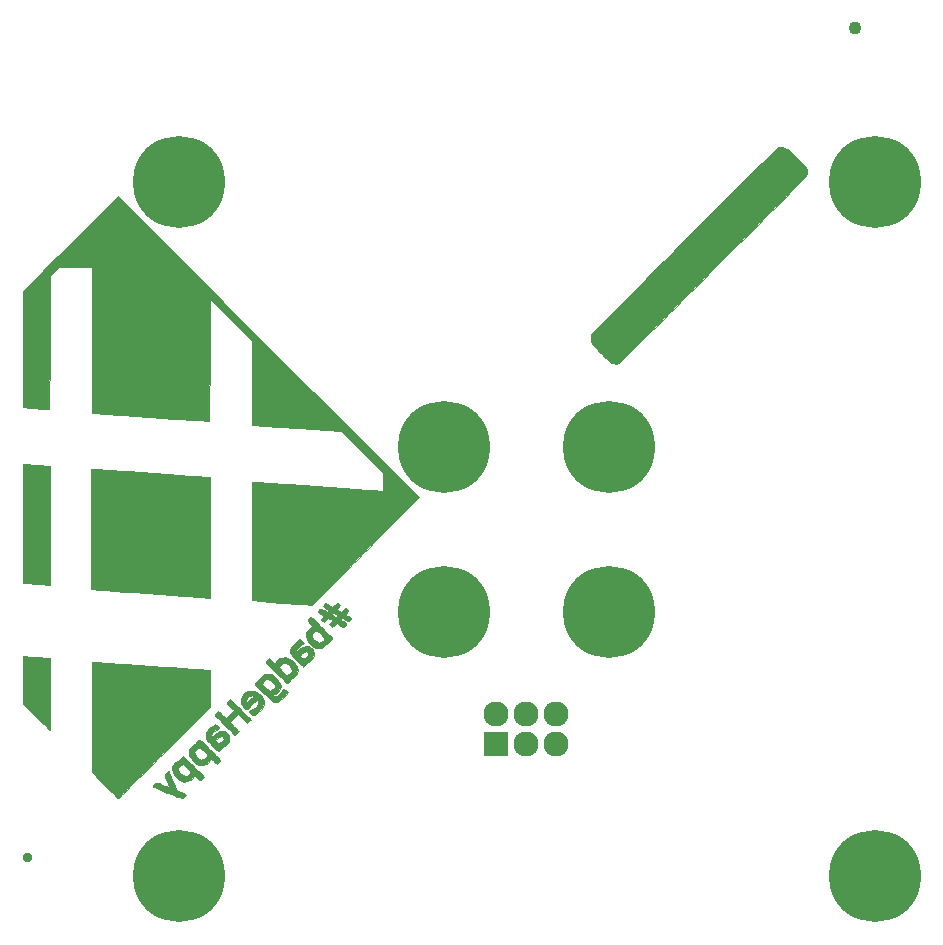
<source format=gbs>
G04 #@! TF.GenerationSoftware,KiCad,Pcbnew,(5.0.0)*
G04 #@! TF.CreationDate,2019-05-25T20:32:28-06:00*
G04 #@! TF.ProjectId,04-H+H_sao,30342D482B485F73616F2E6B69636164,rev?*
G04 #@! TF.SameCoordinates,Original*
G04 #@! TF.FileFunction,Soldermask,Bot*
G04 #@! TF.FilePolarity,Negative*
%FSLAX46Y46*%
G04 Gerber Fmt 4.6, Leading zero omitted, Abs format (unit mm)*
G04 Created by KiCad (PCBNEW (5.0.0)) date 05/25/19 20:32:28*
%MOMM*%
%LPD*%
G01*
G04 APERTURE LIST*
%ADD10C,0.010000*%
%ADD11C,7.800000*%
%ADD12C,2.127200*%
%ADD13O,2.127200X2.127200*%
%ADD14R,2.127200X2.127200*%
%ADD15C,1.094531*%
G04 APERTURE END LIST*
D10*
G04 #@! TO.C,G\002A\002A\002A*
G36*
X103977712Y-129270791D02*
X104096258Y-129363932D01*
X104169609Y-129494177D01*
X104189233Y-129641081D01*
X104146602Y-129784197D01*
X104084355Y-129862821D01*
X103944429Y-129941272D01*
X103782675Y-129953523D01*
X103629169Y-129900260D01*
X103566576Y-129850958D01*
X103478920Y-129712852D01*
X103461258Y-129562861D01*
X103505213Y-129421137D01*
X103602407Y-129307836D01*
X103744465Y-129243112D01*
X103822500Y-129235200D01*
X103977712Y-129270791D01*
X103977712Y-129270791D01*
G37*
X103977712Y-129270791D02*
X104096258Y-129363932D01*
X104169609Y-129494177D01*
X104189233Y-129641081D01*
X104146602Y-129784197D01*
X104084355Y-129862821D01*
X103944429Y-129941272D01*
X103782675Y-129953523D01*
X103629169Y-129900260D01*
X103566576Y-129850958D01*
X103478920Y-129712852D01*
X103461258Y-129562861D01*
X103505213Y-129421137D01*
X103602407Y-129307836D01*
X103744465Y-129243112D01*
X103822500Y-129235200D01*
X103977712Y-129270791D01*
G36*
X109526917Y-113086222D02*
X109603668Y-113092691D01*
X109756907Y-113104255D01*
X109980010Y-113120464D01*
X110266353Y-113140867D01*
X110609310Y-113165014D01*
X111002257Y-113192456D01*
X111438570Y-113222741D01*
X111911623Y-113255420D01*
X112414793Y-113290042D01*
X112941454Y-113326157D01*
X113484981Y-113363316D01*
X114038751Y-113401067D01*
X114596138Y-113438962D01*
X115150518Y-113476548D01*
X115695266Y-113513377D01*
X116223758Y-113548998D01*
X116729368Y-113582960D01*
X117205473Y-113614815D01*
X117645447Y-113644111D01*
X118042667Y-113670398D01*
X118390506Y-113693226D01*
X118682341Y-113712145D01*
X118911547Y-113726705D01*
X119071500Y-113736455D01*
X119155574Y-113740946D01*
X119164936Y-113741200D01*
X119295334Y-113741200D01*
X119295334Y-116895207D01*
X115432331Y-120758037D01*
X114956048Y-121233974D01*
X114496000Y-121693057D01*
X114055759Y-122131751D01*
X113638898Y-122546522D01*
X113248991Y-122933836D01*
X112889611Y-123290159D01*
X112564332Y-123611956D01*
X112276727Y-123895693D01*
X112030369Y-124137835D01*
X111828832Y-124334850D01*
X111675688Y-124483201D01*
X111574512Y-124579355D01*
X111528877Y-124619779D01*
X111526775Y-124620867D01*
X111488102Y-124591909D01*
X111396782Y-124509491D01*
X111259759Y-124380302D01*
X111083976Y-124211026D01*
X110876377Y-124008350D01*
X110643905Y-123778960D01*
X110394445Y-123530484D01*
X109304667Y-122440101D01*
X109304667Y-113063127D01*
X109526917Y-113086222D01*
X109526917Y-113086222D01*
G37*
X109526917Y-113086222D02*
X109603668Y-113092691D01*
X109756907Y-113104255D01*
X109980010Y-113120464D01*
X110266353Y-113140867D01*
X110609310Y-113165014D01*
X111002257Y-113192456D01*
X111438570Y-113222741D01*
X111911623Y-113255420D01*
X112414793Y-113290042D01*
X112941454Y-113326157D01*
X113484981Y-113363316D01*
X114038751Y-113401067D01*
X114596138Y-113438962D01*
X115150518Y-113476548D01*
X115695266Y-113513377D01*
X116223758Y-113548998D01*
X116729368Y-113582960D01*
X117205473Y-113614815D01*
X117645447Y-113644111D01*
X118042667Y-113670398D01*
X118390506Y-113693226D01*
X118682341Y-113712145D01*
X118911547Y-113726705D01*
X119071500Y-113736455D01*
X119155574Y-113740946D01*
X119164936Y-113741200D01*
X119295334Y-113741200D01*
X119295334Y-116895207D01*
X115432331Y-120758037D01*
X114956048Y-121233974D01*
X114496000Y-121693057D01*
X114055759Y-122131751D01*
X113638898Y-122546522D01*
X113248991Y-122933836D01*
X112889611Y-123290159D01*
X112564332Y-123611956D01*
X112276727Y-123895693D01*
X112030369Y-124137835D01*
X111828832Y-124334850D01*
X111675688Y-124483201D01*
X111574512Y-124579355D01*
X111528877Y-124619779D01*
X111526775Y-124620867D01*
X111488102Y-124591909D01*
X111396782Y-124509491D01*
X111259759Y-124380302D01*
X111083976Y-124211026D01*
X110876377Y-124008350D01*
X110643905Y-123778960D01*
X110394445Y-123530484D01*
X109304667Y-122440101D01*
X109304667Y-113063127D01*
X109526917Y-113086222D01*
G36*
X115812179Y-122306394D02*
X115838776Y-122350985D01*
X115891544Y-122462272D01*
X115965226Y-122628332D01*
X116054570Y-122837242D01*
X116154319Y-123077080D01*
X116186254Y-123155161D01*
X116522500Y-123980549D01*
X116892917Y-124119012D01*
X117093212Y-124200386D01*
X117214976Y-124265917D01*
X117262372Y-124317928D01*
X117263334Y-124325417D01*
X117229905Y-124407983D01*
X117148565Y-124501286D01*
X117047732Y-124579427D01*
X116955824Y-124616508D01*
X116943517Y-124616885D01*
X116884533Y-124600523D01*
X116757657Y-124556171D01*
X116573393Y-124487813D01*
X116342247Y-124399430D01*
X116074726Y-124295004D01*
X115781334Y-124178515D01*
X115686918Y-124140635D01*
X115315451Y-123989643D01*
X115019581Y-123865721D01*
X114795324Y-123767043D01*
X114638694Y-123691782D01*
X114545707Y-123638112D01*
X114512378Y-123604206D01*
X114512168Y-123602204D01*
X114543636Y-123525983D01*
X114620478Y-123433936D01*
X114715002Y-123353016D01*
X114799518Y-123310173D01*
X114813899Y-123308534D01*
X114878138Y-123323972D01*
X115000954Y-123365699D01*
X115163028Y-123426831D01*
X115298416Y-123481148D01*
X115481703Y-123556418D01*
X115643991Y-123622878D01*
X115764133Y-123671878D01*
X115812204Y-123691306D01*
X115906242Y-123728849D01*
X115819253Y-123508108D01*
X115755913Y-123350772D01*
X115677237Y-123159969D01*
X115608798Y-122997184D01*
X115548331Y-122845788D01*
X115504320Y-122717903D01*
X115485495Y-122639136D01*
X115485334Y-122635072D01*
X115512364Y-122567321D01*
X115579248Y-122478911D01*
X115664671Y-122391275D01*
X115747320Y-122325845D01*
X115805883Y-122304055D01*
X115812179Y-122306394D01*
X115812179Y-122306394D01*
G37*
X115812179Y-122306394D02*
X115838776Y-122350985D01*
X115891544Y-122462272D01*
X115965226Y-122628332D01*
X116054570Y-122837242D01*
X116154319Y-123077080D01*
X116186254Y-123155161D01*
X116522500Y-123980549D01*
X116892917Y-124119012D01*
X117093212Y-124200386D01*
X117214976Y-124265917D01*
X117262372Y-124317928D01*
X117263334Y-124325417D01*
X117229905Y-124407983D01*
X117148565Y-124501286D01*
X117047732Y-124579427D01*
X116955824Y-124616508D01*
X116943517Y-124616885D01*
X116884533Y-124600523D01*
X116757657Y-124556171D01*
X116573393Y-124487813D01*
X116342247Y-124399430D01*
X116074726Y-124295004D01*
X115781334Y-124178515D01*
X115686918Y-124140635D01*
X115315451Y-123989643D01*
X115019581Y-123865721D01*
X114795324Y-123767043D01*
X114638694Y-123691782D01*
X114545707Y-123638112D01*
X114512378Y-123604206D01*
X114512168Y-123602204D01*
X114543636Y-123525983D01*
X114620478Y-123433936D01*
X114715002Y-123353016D01*
X114799518Y-123310173D01*
X114813899Y-123308534D01*
X114878138Y-123323972D01*
X115000954Y-123365699D01*
X115163028Y-123426831D01*
X115298416Y-123481148D01*
X115481703Y-123556418D01*
X115643991Y-123622878D01*
X115764133Y-123671878D01*
X115812204Y-123691306D01*
X115906242Y-123728849D01*
X115819253Y-123508108D01*
X115755913Y-123350772D01*
X115677237Y-123159969D01*
X115608798Y-122997184D01*
X115548331Y-122845788D01*
X115504320Y-122717903D01*
X115485495Y-122639136D01*
X115485334Y-122635072D01*
X115512364Y-122567321D01*
X115579248Y-122478911D01*
X115664671Y-122391275D01*
X115747320Y-122325845D01*
X115805883Y-122304055D01*
X115812179Y-122306394D01*
G36*
X117097350Y-121094029D02*
X117194102Y-121175232D01*
X117330235Y-121299048D01*
X117496326Y-121456051D01*
X117682952Y-121636814D01*
X117880691Y-121831909D01*
X118080120Y-122031911D01*
X118271817Y-122227392D01*
X118446359Y-122408925D01*
X118594323Y-122567084D01*
X118706286Y-122692442D01*
X118772827Y-122775571D01*
X118787334Y-122803584D01*
X118755825Y-122878473D01*
X118679743Y-122970218D01*
X118586755Y-123051514D01*
X118504527Y-123095061D01*
X118490138Y-123096867D01*
X118431330Y-123068896D01*
X118335178Y-122995657D01*
X118225428Y-122895784D01*
X118116187Y-122791200D01*
X118049963Y-122739593D01*
X118010524Y-122733459D01*
X117981636Y-122765294D01*
X117973573Y-122779367D01*
X117819471Y-122975870D01*
X117614739Y-123118555D01*
X117378757Y-123200018D01*
X117130909Y-123212857D01*
X116945834Y-123171913D01*
X116705404Y-123047880D01*
X116479476Y-122859806D01*
X116316657Y-122663553D01*
X116177795Y-122408945D01*
X116126552Y-122188470D01*
X116616473Y-122188470D01*
X116628932Y-122231352D01*
X116721841Y-122396114D01*
X116861061Y-122548643D01*
X117024227Y-122670832D01*
X117188978Y-122744578D01*
X117279502Y-122758042D01*
X117399400Y-122726044D01*
X117528024Y-122623700D01*
X117544085Y-122607019D01*
X117627484Y-122508898D01*
X117678824Y-122429824D01*
X117686667Y-122404876D01*
X117658217Y-122355461D01*
X117581393Y-122262285D01*
X117468986Y-122140132D01*
X117373271Y-122042610D01*
X117059875Y-121731306D01*
X116899753Y-121810836D01*
X116724689Y-121924797D01*
X116629616Y-122051678D01*
X116616473Y-122188470D01*
X116126552Y-122188470D01*
X116122097Y-122169303D01*
X116149558Y-121944913D01*
X116260175Y-121736065D01*
X116327122Y-121657554D01*
X116453167Y-121547721D01*
X116578211Y-121475567D01*
X116621482Y-121462054D01*
X116722033Y-121422516D01*
X116755334Y-121368808D01*
X116786344Y-121289114D01*
X116861426Y-121193592D01*
X116953656Y-121110071D01*
X117036109Y-121066378D01*
X117049401Y-121064867D01*
X117097350Y-121094029D01*
X117097350Y-121094029D01*
G37*
X117097350Y-121094029D02*
X117194102Y-121175232D01*
X117330235Y-121299048D01*
X117496326Y-121456051D01*
X117682952Y-121636814D01*
X117880691Y-121831909D01*
X118080120Y-122031911D01*
X118271817Y-122227392D01*
X118446359Y-122408925D01*
X118594323Y-122567084D01*
X118706286Y-122692442D01*
X118772827Y-122775571D01*
X118787334Y-122803584D01*
X118755825Y-122878473D01*
X118679743Y-122970218D01*
X118586755Y-123051514D01*
X118504527Y-123095061D01*
X118490138Y-123096867D01*
X118431330Y-123068896D01*
X118335178Y-122995657D01*
X118225428Y-122895784D01*
X118116187Y-122791200D01*
X118049963Y-122739593D01*
X118010524Y-122733459D01*
X117981636Y-122765294D01*
X117973573Y-122779367D01*
X117819471Y-122975870D01*
X117614739Y-123118555D01*
X117378757Y-123200018D01*
X117130909Y-123212857D01*
X116945834Y-123171913D01*
X116705404Y-123047880D01*
X116479476Y-122859806D01*
X116316657Y-122663553D01*
X116177795Y-122408945D01*
X116126552Y-122188470D01*
X116616473Y-122188470D01*
X116628932Y-122231352D01*
X116721841Y-122396114D01*
X116861061Y-122548643D01*
X117024227Y-122670832D01*
X117188978Y-122744578D01*
X117279502Y-122758042D01*
X117399400Y-122726044D01*
X117528024Y-122623700D01*
X117544085Y-122607019D01*
X117627484Y-122508898D01*
X117678824Y-122429824D01*
X117686667Y-122404876D01*
X117658217Y-122355461D01*
X117581393Y-122262285D01*
X117468986Y-122140132D01*
X117373271Y-122042610D01*
X117059875Y-121731306D01*
X116899753Y-121810836D01*
X116724689Y-121924797D01*
X116629616Y-122051678D01*
X116616473Y-122188470D01*
X116126552Y-122188470D01*
X116122097Y-122169303D01*
X116149558Y-121944913D01*
X116260175Y-121736065D01*
X116327122Y-121657554D01*
X116453167Y-121547721D01*
X116578211Y-121475567D01*
X116621482Y-121462054D01*
X116722033Y-121422516D01*
X116755334Y-121368808D01*
X116786344Y-121289114D01*
X116861426Y-121193592D01*
X116953656Y-121110071D01*
X117036109Y-121066378D01*
X117049401Y-121064867D01*
X117097350Y-121094029D01*
G36*
X118494350Y-119697029D02*
X118591102Y-119778232D01*
X118727235Y-119902048D01*
X118893326Y-120059051D01*
X119079952Y-120239814D01*
X119277691Y-120434909D01*
X119477120Y-120634911D01*
X119668817Y-120830392D01*
X119843359Y-121011925D01*
X119991323Y-121170084D01*
X120103286Y-121295442D01*
X120169827Y-121378571D01*
X120184334Y-121406584D01*
X120155220Y-121474510D01*
X120085206Y-121563755D01*
X120000279Y-121646719D01*
X119926430Y-121695801D01*
X119908182Y-121699867D01*
X119861068Y-121672063D01*
X119773113Y-121598822D01*
X119662505Y-121495400D01*
X119651565Y-121484644D01*
X119433635Y-121269420D01*
X119338104Y-121423993D01*
X119176331Y-121610281D01*
X118966619Y-121740256D01*
X118729092Y-121806938D01*
X118483873Y-121803346D01*
X118348596Y-121767261D01*
X118094315Y-121638076D01*
X117875320Y-121459577D01*
X117701162Y-121246006D01*
X117581388Y-121011604D01*
X117525547Y-120770614D01*
X117528157Y-120726659D01*
X117998410Y-120726659D01*
X118001912Y-120756757D01*
X118023299Y-120834687D01*
X118025334Y-120855189D01*
X118054609Y-120916261D01*
X118129395Y-121010674D01*
X118230132Y-121117599D01*
X118337261Y-121216207D01*
X118427499Y-121283433D01*
X118604854Y-121352690D01*
X118771501Y-121338316D01*
X118888304Y-121272796D01*
X118988588Y-121172331D01*
X119060811Y-121068134D01*
X119085478Y-121013763D01*
X119088821Y-120966197D01*
X119062124Y-120910649D01*
X118996673Y-120832331D01*
X118883753Y-120716456D01*
X118810681Y-120643699D01*
X118500432Y-120335521D01*
X118348935Y-120385520D01*
X118229520Y-120446134D01*
X118118474Y-120536909D01*
X118035028Y-120637275D01*
X117998410Y-120726659D01*
X117528157Y-120726659D01*
X117538143Y-120558492D01*
X117597887Y-120423727D01*
X117706792Y-120282044D01*
X117840363Y-120158606D01*
X117974106Y-120078576D01*
X118018482Y-120065054D01*
X118119033Y-120025516D01*
X118152334Y-119971808D01*
X118183344Y-119892114D01*
X118258426Y-119796592D01*
X118350656Y-119713071D01*
X118433109Y-119669378D01*
X118446401Y-119667867D01*
X118494350Y-119697029D01*
X118494350Y-119697029D01*
G37*
X118494350Y-119697029D02*
X118591102Y-119778232D01*
X118727235Y-119902048D01*
X118893326Y-120059051D01*
X119079952Y-120239814D01*
X119277691Y-120434909D01*
X119477120Y-120634911D01*
X119668817Y-120830392D01*
X119843359Y-121011925D01*
X119991323Y-121170084D01*
X120103286Y-121295442D01*
X120169827Y-121378571D01*
X120184334Y-121406584D01*
X120155220Y-121474510D01*
X120085206Y-121563755D01*
X120000279Y-121646719D01*
X119926430Y-121695801D01*
X119908182Y-121699867D01*
X119861068Y-121672063D01*
X119773113Y-121598822D01*
X119662505Y-121495400D01*
X119651565Y-121484644D01*
X119433635Y-121269420D01*
X119338104Y-121423993D01*
X119176331Y-121610281D01*
X118966619Y-121740256D01*
X118729092Y-121806938D01*
X118483873Y-121803346D01*
X118348596Y-121767261D01*
X118094315Y-121638076D01*
X117875320Y-121459577D01*
X117701162Y-121246006D01*
X117581388Y-121011604D01*
X117525547Y-120770614D01*
X117528157Y-120726659D01*
X117998410Y-120726659D01*
X118001912Y-120756757D01*
X118023299Y-120834687D01*
X118025334Y-120855189D01*
X118054609Y-120916261D01*
X118129395Y-121010674D01*
X118230132Y-121117599D01*
X118337261Y-121216207D01*
X118427499Y-121283433D01*
X118604854Y-121352690D01*
X118771501Y-121338316D01*
X118888304Y-121272796D01*
X118988588Y-121172331D01*
X119060811Y-121068134D01*
X119085478Y-121013763D01*
X119088821Y-120966197D01*
X119062124Y-120910649D01*
X118996673Y-120832331D01*
X118883753Y-120716456D01*
X118810681Y-120643699D01*
X118500432Y-120335521D01*
X118348935Y-120385520D01*
X118229520Y-120446134D01*
X118118474Y-120536909D01*
X118035028Y-120637275D01*
X117998410Y-120726659D01*
X117528157Y-120726659D01*
X117538143Y-120558492D01*
X117597887Y-120423727D01*
X117706792Y-120282044D01*
X117840363Y-120158606D01*
X117974106Y-120078576D01*
X118018482Y-120065054D01*
X118119033Y-120025516D01*
X118152334Y-119971808D01*
X118183344Y-119892114D01*
X118258426Y-119796592D01*
X118350656Y-119713071D01*
X118433109Y-119669378D01*
X118446401Y-119667867D01*
X118494350Y-119697029D01*
G36*
X119831940Y-118383266D02*
X119915465Y-118450922D01*
X120004378Y-118535188D01*
X120073963Y-118612751D01*
X120099667Y-118658448D01*
X120066389Y-118690732D01*
X119978883Y-118753226D01*
X119855639Y-118832777D01*
X119847673Y-118837705D01*
X119626182Y-118993802D01*
X119486155Y-119139112D01*
X119425424Y-119276059D01*
X119422334Y-119313743D01*
X119431449Y-119390604D01*
X119447587Y-119413867D01*
X119490361Y-119388042D01*
X119575647Y-119321033D01*
X119662965Y-119246514D01*
X119916042Y-119058433D01*
X120157752Y-118946713D01*
X120382963Y-118911337D01*
X120586546Y-118952290D01*
X120763368Y-119069555D01*
X120901135Y-119250297D01*
X120974050Y-119451293D01*
X120980037Y-119661507D01*
X120927329Y-119833018D01*
X120834421Y-119963867D01*
X120702872Y-120091997D01*
X120560465Y-120193974D01*
X120437985Y-120245787D01*
X120351135Y-120280138D01*
X120341119Y-120331228D01*
X120328404Y-120399062D01*
X120268407Y-120488667D01*
X120184174Y-120574673D01*
X120098749Y-120631706D01*
X120059275Y-120641534D01*
X120007433Y-120612659D01*
X119909247Y-120533135D01*
X119776776Y-120413610D01*
X119622078Y-120264733D01*
X119543938Y-120186450D01*
X119380580Y-120018446D01*
X119234038Y-119863600D01*
X119116937Y-119735563D01*
X119102273Y-119718446D01*
X119753059Y-119718446D01*
X119869871Y-119840371D01*
X119979024Y-119922736D01*
X120094580Y-119937322D01*
X120231888Y-119883154D01*
X120340222Y-119810504D01*
X120465593Y-119688888D01*
X120508038Y-119573201D01*
X120466991Y-119465173D01*
X120456755Y-119453166D01*
X120361736Y-119386224D01*
X120248482Y-119384229D01*
X120106574Y-119449157D01*
X119972498Y-119544990D01*
X119753059Y-119718446D01*
X119102273Y-119718446D01*
X119041906Y-119647982D01*
X119026077Y-119626697D01*
X118963042Y-119460119D01*
X118961775Y-119261188D01*
X119020374Y-119053363D01*
X119082022Y-118936445D01*
X119164992Y-118830986D01*
X119285099Y-118708612D01*
X119423981Y-118584640D01*
X119563275Y-118474385D01*
X119684615Y-118393165D01*
X119769640Y-118356294D01*
X119778519Y-118355534D01*
X119831940Y-118383266D01*
X119831940Y-118383266D01*
G37*
X119831940Y-118383266D02*
X119915465Y-118450922D01*
X120004378Y-118535188D01*
X120073963Y-118612751D01*
X120099667Y-118658448D01*
X120066389Y-118690732D01*
X119978883Y-118753226D01*
X119855639Y-118832777D01*
X119847673Y-118837705D01*
X119626182Y-118993802D01*
X119486155Y-119139112D01*
X119425424Y-119276059D01*
X119422334Y-119313743D01*
X119431449Y-119390604D01*
X119447587Y-119413867D01*
X119490361Y-119388042D01*
X119575647Y-119321033D01*
X119662965Y-119246514D01*
X119916042Y-119058433D01*
X120157752Y-118946713D01*
X120382963Y-118911337D01*
X120586546Y-118952290D01*
X120763368Y-119069555D01*
X120901135Y-119250297D01*
X120974050Y-119451293D01*
X120980037Y-119661507D01*
X120927329Y-119833018D01*
X120834421Y-119963867D01*
X120702872Y-120091997D01*
X120560465Y-120193974D01*
X120437985Y-120245787D01*
X120351135Y-120280138D01*
X120341119Y-120331228D01*
X120328404Y-120399062D01*
X120268407Y-120488667D01*
X120184174Y-120574673D01*
X120098749Y-120631706D01*
X120059275Y-120641534D01*
X120007433Y-120612659D01*
X119909247Y-120533135D01*
X119776776Y-120413610D01*
X119622078Y-120264733D01*
X119543938Y-120186450D01*
X119380580Y-120018446D01*
X119234038Y-119863600D01*
X119116937Y-119735563D01*
X119102273Y-119718446D01*
X119753059Y-119718446D01*
X119869871Y-119840371D01*
X119979024Y-119922736D01*
X120094580Y-119937322D01*
X120231888Y-119883154D01*
X120340222Y-119810504D01*
X120465593Y-119688888D01*
X120508038Y-119573201D01*
X120466991Y-119465173D01*
X120456755Y-119453166D01*
X120361736Y-119386224D01*
X120248482Y-119384229D01*
X120106574Y-119449157D01*
X119972498Y-119544990D01*
X119753059Y-119718446D01*
X119102273Y-119718446D01*
X119041906Y-119647982D01*
X119026077Y-119626697D01*
X118963042Y-119460119D01*
X118961775Y-119261188D01*
X119020374Y-119053363D01*
X119082022Y-118936445D01*
X119164992Y-118830986D01*
X119285099Y-118708612D01*
X119423981Y-118584640D01*
X119563275Y-118474385D01*
X119684615Y-118393165D01*
X119769640Y-118356294D01*
X119778519Y-118355534D01*
X119831940Y-118383266D01*
G36*
X121077940Y-116267734D02*
X121171561Y-116348105D01*
X121305148Y-116470634D01*
X121469273Y-116625976D01*
X121654504Y-116804786D01*
X121851415Y-116997717D01*
X122050574Y-117195425D01*
X122242553Y-117388564D01*
X122417922Y-117567788D01*
X122567252Y-117723753D01*
X122681114Y-117847112D01*
X122750079Y-117928520D01*
X122766667Y-117956417D01*
X122735447Y-118019312D01*
X122660296Y-118101875D01*
X122568978Y-118178739D01*
X122489256Y-118224537D01*
X122468855Y-118228534D01*
X122417093Y-118200069D01*
X122320076Y-118122462D01*
X122191448Y-118007395D01*
X122044850Y-117866548D01*
X122037310Y-117859055D01*
X121666111Y-117489576D01*
X120990293Y-118161430D01*
X121370480Y-118549113D01*
X121513288Y-118696606D01*
X121631619Y-118822382D01*
X121714271Y-118914266D01*
X121750038Y-118960086D01*
X121750667Y-118962191D01*
X121722599Y-119015497D01*
X121653967Y-119098947D01*
X121568129Y-119188209D01*
X121488445Y-119258953D01*
X121438968Y-119286867D01*
X121397405Y-119258000D01*
X121304497Y-119176507D01*
X121168345Y-119050050D01*
X120997053Y-118886288D01*
X120798722Y-118692883D01*
X120581453Y-118477496D01*
X120554353Y-118450396D01*
X120336872Y-118230609D01*
X120140468Y-118028089D01*
X119972813Y-117851073D01*
X119841581Y-117707799D01*
X119754442Y-117606503D01*
X119719069Y-117555424D01*
X119718667Y-117553129D01*
X119749657Y-117476888D01*
X119824511Y-117383607D01*
X119916049Y-117300982D01*
X119997093Y-117256712D01*
X120011342Y-117254867D01*
X120067662Y-117283247D01*
X120166422Y-117359625D01*
X120291496Y-117470852D01*
X120374832Y-117551199D01*
X120673155Y-117847531D01*
X121346447Y-117170267D01*
X121040557Y-116862321D01*
X120912674Y-116729525D01*
X120811040Y-116616271D01*
X120748433Y-116537259D01*
X120734667Y-116510375D01*
X120765970Y-116447528D01*
X120841346Y-116365168D01*
X120932995Y-116288535D01*
X121013118Y-116242867D01*
X121033714Y-116238867D01*
X121077940Y-116267734D01*
X121077940Y-116267734D01*
G37*
X121077940Y-116267734D02*
X121171561Y-116348105D01*
X121305148Y-116470634D01*
X121469273Y-116625976D01*
X121654504Y-116804786D01*
X121851415Y-116997717D01*
X122050574Y-117195425D01*
X122242553Y-117388564D01*
X122417922Y-117567788D01*
X122567252Y-117723753D01*
X122681114Y-117847112D01*
X122750079Y-117928520D01*
X122766667Y-117956417D01*
X122735447Y-118019312D01*
X122660296Y-118101875D01*
X122568978Y-118178739D01*
X122489256Y-118224537D01*
X122468855Y-118228534D01*
X122417093Y-118200069D01*
X122320076Y-118122462D01*
X122191448Y-118007395D01*
X122044850Y-117866548D01*
X122037310Y-117859055D01*
X121666111Y-117489576D01*
X120990293Y-118161430D01*
X121370480Y-118549113D01*
X121513288Y-118696606D01*
X121631619Y-118822382D01*
X121714271Y-118914266D01*
X121750038Y-118960086D01*
X121750667Y-118962191D01*
X121722599Y-119015497D01*
X121653967Y-119098947D01*
X121568129Y-119188209D01*
X121488445Y-119258953D01*
X121438968Y-119286867D01*
X121397405Y-119258000D01*
X121304497Y-119176507D01*
X121168345Y-119050050D01*
X120997053Y-118886288D01*
X120798722Y-118692883D01*
X120581453Y-118477496D01*
X120554353Y-118450396D01*
X120336872Y-118230609D01*
X120140468Y-118028089D01*
X119972813Y-117851073D01*
X119841581Y-117707799D01*
X119754442Y-117606503D01*
X119719069Y-117555424D01*
X119718667Y-117553129D01*
X119749657Y-117476888D01*
X119824511Y-117383607D01*
X119916049Y-117300982D01*
X119997093Y-117256712D01*
X120011342Y-117254867D01*
X120067662Y-117283247D01*
X120166422Y-117359625D01*
X120291496Y-117470852D01*
X120374832Y-117551199D01*
X120673155Y-117847531D01*
X121346447Y-117170267D01*
X121040557Y-116862321D01*
X120912674Y-116729525D01*
X120811040Y-116616271D01*
X120748433Y-116537259D01*
X120734667Y-116510375D01*
X120765970Y-116447528D01*
X120841346Y-116365168D01*
X120932995Y-116288535D01*
X121013118Y-116242867D01*
X121033714Y-116238867D01*
X121077940Y-116267734D01*
G36*
X103631450Y-112601397D02*
X103780077Y-112610219D01*
X103981781Y-112623512D01*
X104220902Y-112640123D01*
X104481781Y-112658897D01*
X104748758Y-112678682D01*
X105006176Y-112698323D01*
X105238374Y-112716667D01*
X105429693Y-112732560D01*
X105564474Y-112744848D01*
X105611084Y-112749934D01*
X105791000Y-112772721D01*
X105791000Y-115818127D01*
X105790570Y-116317487D01*
X105789328Y-116791340D01*
X105787342Y-117233005D01*
X105784682Y-117635802D01*
X105781418Y-117993048D01*
X105777620Y-118298064D01*
X105773357Y-118544168D01*
X105768699Y-118724679D01*
X105763716Y-118832917D01*
X105759250Y-118863105D01*
X105723139Y-118834116D01*
X105633997Y-118751711D01*
X105498571Y-118622434D01*
X105323607Y-118452829D01*
X105115850Y-118249441D01*
X104882047Y-118018813D01*
X104628943Y-117767489D01*
X104595084Y-117733748D01*
X103462667Y-116604819D01*
X103462667Y-112598200D01*
X103551559Y-112598200D01*
X103631450Y-112601397D01*
X103631450Y-112601397D01*
G37*
X103631450Y-112601397D02*
X103780077Y-112610219D01*
X103981781Y-112623512D01*
X104220902Y-112640123D01*
X104481781Y-112658897D01*
X104748758Y-112678682D01*
X105006176Y-112698323D01*
X105238374Y-112716667D01*
X105429693Y-112732560D01*
X105564474Y-112744848D01*
X105611084Y-112749934D01*
X105791000Y-112772721D01*
X105791000Y-115818127D01*
X105790570Y-116317487D01*
X105789328Y-116791340D01*
X105787342Y-117233005D01*
X105784682Y-117635802D01*
X105781418Y-117993048D01*
X105777620Y-118298064D01*
X105773357Y-118544168D01*
X105768699Y-118724679D01*
X105763716Y-118832917D01*
X105759250Y-118863105D01*
X105723139Y-118834116D01*
X105633997Y-118751711D01*
X105498571Y-118622434D01*
X105323607Y-118452829D01*
X105115850Y-118249441D01*
X104882047Y-118018813D01*
X104628943Y-117767489D01*
X104595084Y-117733748D01*
X103462667Y-116604819D01*
X103462667Y-112598200D01*
X103551559Y-112598200D01*
X103631450Y-112601397D01*
G36*
X123092082Y-115534985D02*
X123311942Y-115628165D01*
X123523183Y-115792972D01*
X123624421Y-115897932D01*
X123782964Y-116120693D01*
X123876641Y-116356738D01*
X123899337Y-116588143D01*
X123888124Y-116670915D01*
X123797479Y-116916377D01*
X123637665Y-117151545D01*
X123423811Y-117358253D01*
X123190510Y-117508607D01*
X123052921Y-117571226D01*
X122956884Y-117584660D01*
X122872381Y-117544957D01*
X122774971Y-117453935D01*
X122676262Y-117338423D01*
X122646700Y-117260705D01*
X122685577Y-117210733D01*
X122756084Y-117186166D01*
X122975623Y-117105234D01*
X123172230Y-116980930D01*
X123326549Y-116829087D01*
X123419219Y-116665537D01*
X123427641Y-116636949D01*
X123430240Y-116545901D01*
X123408831Y-116435509D01*
X123372899Y-116337591D01*
X123331927Y-116283963D01*
X123321612Y-116281200D01*
X123283252Y-116309576D01*
X123197415Y-116387308D01*
X123075905Y-116503304D01*
X122930527Y-116646469D01*
X122893667Y-116683367D01*
X122740357Y-116832204D01*
X122602989Y-116956148D01*
X122494817Y-117043902D01*
X122429094Y-117084168D01*
X122421851Y-117085534D01*
X122345896Y-117051736D01*
X122247482Y-116964467D01*
X122144081Y-116844916D01*
X122053167Y-116714269D01*
X121992213Y-116593714D01*
X121979310Y-116548917D01*
X121969278Y-116371367D01*
X122401578Y-116371367D01*
X122422650Y-116457894D01*
X122461882Y-116492867D01*
X122504495Y-116464712D01*
X122589922Y-116389712D01*
X122702306Y-116282062D01*
X122744405Y-116239974D01*
X122854853Y-116121886D01*
X122932955Y-116025695D01*
X122966575Y-115966903D01*
X122965329Y-115957752D01*
X122874743Y-115921304D01*
X122750374Y-115936528D01*
X122616672Y-115993628D01*
X122498082Y-116082810D01*
X122429596Y-116172385D01*
X122402812Y-116265465D01*
X122401578Y-116371367D01*
X121969278Y-116371367D01*
X121964750Y-116291253D01*
X122015517Y-116053064D01*
X122120024Y-115865288D01*
X122326348Y-115669999D01*
X122568490Y-115548617D01*
X122837676Y-115505480D01*
X122847791Y-115505441D01*
X123092082Y-115534985D01*
X123092082Y-115534985D01*
G37*
X123092082Y-115534985D02*
X123311942Y-115628165D01*
X123523183Y-115792972D01*
X123624421Y-115897932D01*
X123782964Y-116120693D01*
X123876641Y-116356738D01*
X123899337Y-116588143D01*
X123888124Y-116670915D01*
X123797479Y-116916377D01*
X123637665Y-117151545D01*
X123423811Y-117358253D01*
X123190510Y-117508607D01*
X123052921Y-117571226D01*
X122956884Y-117584660D01*
X122872381Y-117544957D01*
X122774971Y-117453935D01*
X122676262Y-117338423D01*
X122646700Y-117260705D01*
X122685577Y-117210733D01*
X122756084Y-117186166D01*
X122975623Y-117105234D01*
X123172230Y-116980930D01*
X123326549Y-116829087D01*
X123419219Y-116665537D01*
X123427641Y-116636949D01*
X123430240Y-116545901D01*
X123408831Y-116435509D01*
X123372899Y-116337591D01*
X123331927Y-116283963D01*
X123321612Y-116281200D01*
X123283252Y-116309576D01*
X123197415Y-116387308D01*
X123075905Y-116503304D01*
X122930527Y-116646469D01*
X122893667Y-116683367D01*
X122740357Y-116832204D01*
X122602989Y-116956148D01*
X122494817Y-117043902D01*
X122429094Y-117084168D01*
X122421851Y-117085534D01*
X122345896Y-117051736D01*
X122247482Y-116964467D01*
X122144081Y-116844916D01*
X122053167Y-116714269D01*
X121992213Y-116593714D01*
X121979310Y-116548917D01*
X121969278Y-116371367D01*
X122401578Y-116371367D01*
X122422650Y-116457894D01*
X122461882Y-116492867D01*
X122504495Y-116464712D01*
X122589922Y-116389712D01*
X122702306Y-116282062D01*
X122744405Y-116239974D01*
X122854853Y-116121886D01*
X122932955Y-116025695D01*
X122966575Y-115966903D01*
X122965329Y-115957752D01*
X122874743Y-115921304D01*
X122750374Y-115936528D01*
X122616672Y-115993628D01*
X122498082Y-116082810D01*
X122429596Y-116172385D01*
X122402812Y-116265465D01*
X122401578Y-116371367D01*
X121969278Y-116371367D01*
X121964750Y-116291253D01*
X122015517Y-116053064D01*
X122120024Y-115865288D01*
X122326348Y-115669999D01*
X122568490Y-115548617D01*
X122837676Y-115505480D01*
X122847791Y-115505441D01*
X123092082Y-115534985D01*
G36*
X124486687Y-114130548D02*
X124655265Y-114196089D01*
X124861800Y-114338306D01*
X125043990Y-114527068D01*
X125187864Y-114742036D01*
X125279451Y-114962869D01*
X125305737Y-115143112D01*
X125266511Y-115329960D01*
X125164241Y-115517659D01*
X125017102Y-115683137D01*
X124843268Y-115803323D01*
X124759003Y-115837151D01*
X124688190Y-115863946D01*
X124692700Y-115893158D01*
X124735344Y-115926731D01*
X124873236Y-115983461D01*
X125019556Y-115957124D01*
X125175935Y-115847364D01*
X125197926Y-115826117D01*
X125310039Y-115698770D01*
X125408351Y-115561262D01*
X125438675Y-115508617D01*
X125501007Y-115410070D01*
X125559106Y-115354444D01*
X125574389Y-115349867D01*
X125633868Y-115378257D01*
X125723254Y-115450328D01*
X125771592Y-115497269D01*
X125914460Y-115644671D01*
X125755160Y-115875967D01*
X125536114Y-116138402D01*
X125291338Y-116324254D01*
X125159843Y-116389201D01*
X124971012Y-116442204D01*
X124786862Y-116432259D01*
X124587887Y-116362666D01*
X124502561Y-116308483D01*
X124375748Y-116208236D01*
X124218252Y-116072395D01*
X124040875Y-115911429D01*
X123854420Y-115735806D01*
X123669688Y-115555995D01*
X123497483Y-115382466D01*
X123348606Y-115225687D01*
X123233861Y-115096127D01*
X123164049Y-115004255D01*
X123147667Y-114966914D01*
X123156345Y-114946851D01*
X123741600Y-114946851D01*
X124025581Y-115233026D01*
X124188554Y-115388581D01*
X124314296Y-115480790D01*
X124418305Y-115512552D01*
X124516074Y-115486767D01*
X124623100Y-115406334D01*
X124676647Y-115354847D01*
X124768393Y-115252449D01*
X124828050Y-115165423D01*
X124841000Y-115128366D01*
X124812095Y-115042612D01*
X124737766Y-114925055D01*
X124636594Y-114799315D01*
X124527162Y-114689013D01*
X124448137Y-114628958D01*
X124266005Y-114555997D01*
X124097588Y-114566270D01*
X123945047Y-114659134D01*
X123822006Y-114814633D01*
X123741600Y-114946851D01*
X123156345Y-114946851D01*
X123176716Y-114899762D01*
X123250859Y-114804785D01*
X123306417Y-114747948D01*
X123415965Y-114631899D01*
X123508450Y-114512672D01*
X123535520Y-114469050D01*
X123614009Y-114367647D01*
X123730848Y-114260882D01*
X123786428Y-114220520D01*
X123997983Y-114127716D01*
X124240404Y-114097473D01*
X124486687Y-114130548D01*
X124486687Y-114130548D01*
G37*
X124486687Y-114130548D02*
X124655265Y-114196089D01*
X124861800Y-114338306D01*
X125043990Y-114527068D01*
X125187864Y-114742036D01*
X125279451Y-114962869D01*
X125305737Y-115143112D01*
X125266511Y-115329960D01*
X125164241Y-115517659D01*
X125017102Y-115683137D01*
X124843268Y-115803323D01*
X124759003Y-115837151D01*
X124688190Y-115863946D01*
X124692700Y-115893158D01*
X124735344Y-115926731D01*
X124873236Y-115983461D01*
X125019556Y-115957124D01*
X125175935Y-115847364D01*
X125197926Y-115826117D01*
X125310039Y-115698770D01*
X125408351Y-115561262D01*
X125438675Y-115508617D01*
X125501007Y-115410070D01*
X125559106Y-115354444D01*
X125574389Y-115349867D01*
X125633868Y-115378257D01*
X125723254Y-115450328D01*
X125771592Y-115497269D01*
X125914460Y-115644671D01*
X125755160Y-115875967D01*
X125536114Y-116138402D01*
X125291338Y-116324254D01*
X125159843Y-116389201D01*
X124971012Y-116442204D01*
X124786862Y-116432259D01*
X124587887Y-116362666D01*
X124502561Y-116308483D01*
X124375748Y-116208236D01*
X124218252Y-116072395D01*
X124040875Y-115911429D01*
X123854420Y-115735806D01*
X123669688Y-115555995D01*
X123497483Y-115382466D01*
X123348606Y-115225687D01*
X123233861Y-115096127D01*
X123164049Y-115004255D01*
X123147667Y-114966914D01*
X123156345Y-114946851D01*
X123741600Y-114946851D01*
X124025581Y-115233026D01*
X124188554Y-115388581D01*
X124314296Y-115480790D01*
X124418305Y-115512552D01*
X124516074Y-115486767D01*
X124623100Y-115406334D01*
X124676647Y-115354847D01*
X124768393Y-115252449D01*
X124828050Y-115165423D01*
X124841000Y-115128366D01*
X124812095Y-115042612D01*
X124737766Y-114925055D01*
X124636594Y-114799315D01*
X124527162Y-114689013D01*
X124448137Y-114628958D01*
X124266005Y-114555997D01*
X124097588Y-114566270D01*
X123945047Y-114659134D01*
X123822006Y-114814633D01*
X123741600Y-114946851D01*
X123156345Y-114946851D01*
X123176716Y-114899762D01*
X123250859Y-114804785D01*
X123306417Y-114747948D01*
X123415965Y-114631899D01*
X123508450Y-114512672D01*
X123535520Y-114469050D01*
X123614009Y-114367647D01*
X123730848Y-114260882D01*
X123786428Y-114220520D01*
X123997983Y-114127716D01*
X124240404Y-114097473D01*
X124486687Y-114130548D01*
G36*
X125970884Y-112766008D02*
X126061968Y-112807495D01*
X126257078Y-112940097D01*
X126437313Y-113119874D01*
X126588162Y-113326373D01*
X126695114Y-113539145D01*
X126743657Y-113737738D01*
X126745070Y-113770194D01*
X126707746Y-113984671D01*
X126603786Y-114186505D01*
X126449619Y-114352617D01*
X126261675Y-114459928D01*
X126251635Y-114463352D01*
X126146378Y-114518850D01*
X126111000Y-114583230D01*
X126081898Y-114655566D01*
X126011704Y-114747798D01*
X125926089Y-114832120D01*
X125850720Y-114880729D01*
X125833139Y-114884200D01*
X125794054Y-114855343D01*
X125703230Y-114773743D01*
X125568460Y-114646860D01*
X125397540Y-114482150D01*
X125198265Y-114287072D01*
X124978428Y-114069085D01*
X124914705Y-114005414D01*
X124691811Y-113780876D01*
X124489747Y-113574530D01*
X124466418Y-113550323D01*
X125138937Y-113550323D01*
X125443992Y-113857428D01*
X125577380Y-113986277D01*
X125693496Y-114088515D01*
X125776990Y-114151166D01*
X125807210Y-114164534D01*
X125881674Y-114147302D01*
X125990568Y-114104832D01*
X126012523Y-114094706D01*
X126172215Y-113991561D01*
X126251258Y-113870061D01*
X126249973Y-113727210D01*
X126168681Y-113560012D01*
X126081797Y-113446952D01*
X125896193Y-113267057D01*
X125719483Y-113171085D01*
X125552128Y-113159048D01*
X125394586Y-113230958D01*
X125247317Y-113386827D01*
X125221223Y-113424884D01*
X125138937Y-113550323D01*
X124466418Y-113550323D01*
X124315970Y-113394215D01*
X124177939Y-113247770D01*
X124083110Y-113143035D01*
X124038941Y-113087850D01*
X124036667Y-113082385D01*
X124064862Y-113029211D01*
X124136555Y-112943787D01*
X124185320Y-112894062D01*
X124333974Y-112749981D01*
X124833228Y-113244025D01*
X124899094Y-113116655D01*
X125044194Y-112921809D01*
X125239092Y-112785288D01*
X125468619Y-112711126D01*
X125717606Y-112703355D01*
X125970884Y-112766008D01*
X125970884Y-112766008D01*
G37*
X125970884Y-112766008D02*
X126061968Y-112807495D01*
X126257078Y-112940097D01*
X126437313Y-113119874D01*
X126588162Y-113326373D01*
X126695114Y-113539145D01*
X126743657Y-113737738D01*
X126745070Y-113770194D01*
X126707746Y-113984671D01*
X126603786Y-114186505D01*
X126449619Y-114352617D01*
X126261675Y-114459928D01*
X126251635Y-114463352D01*
X126146378Y-114518850D01*
X126111000Y-114583230D01*
X126081898Y-114655566D01*
X126011704Y-114747798D01*
X125926089Y-114832120D01*
X125850720Y-114880729D01*
X125833139Y-114884200D01*
X125794054Y-114855343D01*
X125703230Y-114773743D01*
X125568460Y-114646860D01*
X125397540Y-114482150D01*
X125198265Y-114287072D01*
X124978428Y-114069085D01*
X124914705Y-114005414D01*
X124691811Y-113780876D01*
X124489747Y-113574530D01*
X124466418Y-113550323D01*
X125138937Y-113550323D01*
X125443992Y-113857428D01*
X125577380Y-113986277D01*
X125693496Y-114088515D01*
X125776990Y-114151166D01*
X125807210Y-114164534D01*
X125881674Y-114147302D01*
X125990568Y-114104832D01*
X126012523Y-114094706D01*
X126172215Y-113991561D01*
X126251258Y-113870061D01*
X126249973Y-113727210D01*
X126168681Y-113560012D01*
X126081797Y-113446952D01*
X125896193Y-113267057D01*
X125719483Y-113171085D01*
X125552128Y-113159048D01*
X125394586Y-113230958D01*
X125247317Y-113386827D01*
X125221223Y-113424884D01*
X125138937Y-113550323D01*
X124466418Y-113550323D01*
X124315970Y-113394215D01*
X124177939Y-113247770D01*
X124083110Y-113143035D01*
X124038941Y-113087850D01*
X124036667Y-113082385D01*
X124064862Y-113029211D01*
X124136555Y-112943787D01*
X124185320Y-112894062D01*
X124333974Y-112749981D01*
X124833228Y-113244025D01*
X124899094Y-113116655D01*
X125044194Y-112921809D01*
X125239092Y-112785288D01*
X125468619Y-112711126D01*
X125717606Y-112703355D01*
X125970884Y-112766008D01*
G36*
X127105722Y-111285759D02*
X127192632Y-111379769D01*
X127245991Y-111456319D01*
X127254000Y-111480630D01*
X127219763Y-111526747D01*
X127130655Y-111595556D01*
X127024465Y-111661326D01*
X126845194Y-111781592D01*
X126705765Y-111912638D01*
X126617780Y-112040543D01*
X126592842Y-112151385D01*
X126597465Y-112173706D01*
X126617330Y-112217246D01*
X126649398Y-112222586D01*
X126710017Y-112183424D01*
X126815541Y-112093459D01*
X126823206Y-112086706D01*
X127043149Y-111914046D01*
X127242601Y-111807330D01*
X127440753Y-111757709D01*
X127550286Y-111751534D01*
X127687302Y-111759060D01*
X127786966Y-111792359D01*
X127888262Y-111867510D01*
X127935183Y-111910284D01*
X128084500Y-112099458D01*
X128154498Y-112305618D01*
X128145342Y-112516581D01*
X128057197Y-112720162D01*
X127922107Y-112876666D01*
X127800526Y-112973604D01*
X127680696Y-113049048D01*
X127630833Y-113071663D01*
X127540085Y-113125443D01*
X127508000Y-113187088D01*
X127478500Y-113260120D01*
X127407333Y-113352481D01*
X127320500Y-113436399D01*
X127244001Y-113484103D01*
X127227028Y-113487200D01*
X127184495Y-113458337D01*
X127093770Y-113378330D01*
X126965357Y-113257055D01*
X126809762Y-113104385D01*
X126671685Y-112965171D01*
X126462009Y-112747258D01*
X126308030Y-112574770D01*
X126275126Y-112531275D01*
X126973434Y-112531275D01*
X126973606Y-112579294D01*
X127028552Y-112646991D01*
X127042750Y-112662144D01*
X127164126Y-112750503D01*
X127295169Y-112757921D01*
X127394367Y-112719910D01*
X127553956Y-112612841D01*
X127647801Y-112495850D01*
X127671858Y-112379971D01*
X127622080Y-112276238D01*
X127572182Y-112234921D01*
X127503825Y-112196856D01*
X127443702Y-112193613D01*
X127361266Y-112229143D01*
X127286380Y-112271891D01*
X127160366Y-112354376D01*
X127054216Y-112438353D01*
X127024736Y-112467256D01*
X126973434Y-112531275D01*
X126275126Y-112531275D01*
X126203011Y-112435948D01*
X126140213Y-112319029D01*
X126112900Y-112212255D01*
X126114332Y-112103864D01*
X126129317Y-112018511D01*
X126190075Y-111873807D01*
X126306152Y-111704230D01*
X126461024Y-111529707D01*
X126638168Y-111370166D01*
X126714139Y-111313190D01*
X126957444Y-111142042D01*
X127105722Y-111285759D01*
X127105722Y-111285759D01*
G37*
X127105722Y-111285759D02*
X127192632Y-111379769D01*
X127245991Y-111456319D01*
X127254000Y-111480630D01*
X127219763Y-111526747D01*
X127130655Y-111595556D01*
X127024465Y-111661326D01*
X126845194Y-111781592D01*
X126705765Y-111912638D01*
X126617780Y-112040543D01*
X126592842Y-112151385D01*
X126597465Y-112173706D01*
X126617330Y-112217246D01*
X126649398Y-112222586D01*
X126710017Y-112183424D01*
X126815541Y-112093459D01*
X126823206Y-112086706D01*
X127043149Y-111914046D01*
X127242601Y-111807330D01*
X127440753Y-111757709D01*
X127550286Y-111751534D01*
X127687302Y-111759060D01*
X127786966Y-111792359D01*
X127888262Y-111867510D01*
X127935183Y-111910284D01*
X128084500Y-112099458D01*
X128154498Y-112305618D01*
X128145342Y-112516581D01*
X128057197Y-112720162D01*
X127922107Y-112876666D01*
X127800526Y-112973604D01*
X127680696Y-113049048D01*
X127630833Y-113071663D01*
X127540085Y-113125443D01*
X127508000Y-113187088D01*
X127478500Y-113260120D01*
X127407333Y-113352481D01*
X127320500Y-113436399D01*
X127244001Y-113484103D01*
X127227028Y-113487200D01*
X127184495Y-113458337D01*
X127093770Y-113378330D01*
X126965357Y-113257055D01*
X126809762Y-113104385D01*
X126671685Y-112965171D01*
X126462009Y-112747258D01*
X126308030Y-112574770D01*
X126275126Y-112531275D01*
X126973434Y-112531275D01*
X126973606Y-112579294D01*
X127028552Y-112646991D01*
X127042750Y-112662144D01*
X127164126Y-112750503D01*
X127295169Y-112757921D01*
X127394367Y-112719910D01*
X127553956Y-112612841D01*
X127647801Y-112495850D01*
X127671858Y-112379971D01*
X127622080Y-112276238D01*
X127572182Y-112234921D01*
X127503825Y-112196856D01*
X127443702Y-112193613D01*
X127361266Y-112229143D01*
X127286380Y-112271891D01*
X127160366Y-112354376D01*
X127054216Y-112438353D01*
X127024736Y-112467256D01*
X126973434Y-112531275D01*
X126275126Y-112531275D01*
X126203011Y-112435948D01*
X126140213Y-112319029D01*
X126112900Y-112212255D01*
X126114332Y-112103864D01*
X126129317Y-112018511D01*
X126190075Y-111873807D01*
X126306152Y-111704230D01*
X126461024Y-111529707D01*
X126638168Y-111370166D01*
X126714139Y-111313190D01*
X126957444Y-111142042D01*
X127105722Y-111285759D01*
G36*
X127911278Y-109282823D02*
X128001671Y-109363594D01*
X128132596Y-109487032D01*
X128294942Y-109643989D01*
X128479597Y-109825318D01*
X128677450Y-110021871D01*
X128879389Y-110224502D01*
X129076305Y-110424062D01*
X129259084Y-110611404D01*
X129418616Y-110777380D01*
X129545789Y-110912844D01*
X129631493Y-111008646D01*
X129666616Y-111055641D01*
X129667000Y-111057475D01*
X129638575Y-111109654D01*
X129564976Y-111197362D01*
X129487084Y-111277068D01*
X129360939Y-111405085D01*
X129238550Y-111539302D01*
X129184878Y-111603028D01*
X128998547Y-111773847D01*
X128776777Y-111877269D01*
X128537235Y-111908122D01*
X128299747Y-111862042D01*
X128000166Y-111708169D01*
X127747595Y-111490301D01*
X127657932Y-111380485D01*
X127519174Y-111135395D01*
X127455816Y-110892460D01*
X127458036Y-110841608D01*
X127932260Y-110841608D01*
X127985451Y-110985898D01*
X128090084Y-111123166D01*
X128274999Y-111301139D01*
X128447553Y-111413864D01*
X128597909Y-111454977D01*
X128603064Y-111455042D01*
X128699010Y-111422832D01*
X128819780Y-111335687D01*
X128867647Y-111290847D01*
X128958748Y-111193367D01*
X129018430Y-111117270D01*
X129032000Y-111088704D01*
X129003677Y-111044920D01*
X128927174Y-110956437D01*
X128815188Y-110837400D01*
X128718466Y-110739473D01*
X128556822Y-110585212D01*
X128434364Y-110490949D01*
X128334541Y-110452947D01*
X128240806Y-110467468D01*
X128136610Y-110530774D01*
X128061596Y-110591118D01*
X127957778Y-110712560D01*
X127932260Y-110841608D01*
X127458036Y-110841608D01*
X127465871Y-110662172D01*
X127547351Y-110455024D01*
X127698268Y-110281508D01*
X127888349Y-110164327D01*
X128062338Y-110085869D01*
X127827503Y-109848557D01*
X127716215Y-109728290D01*
X127633438Y-109623965D01*
X127594039Y-109554713D01*
X127592667Y-109546309D01*
X127622005Y-109478200D01*
X127692557Y-109389023D01*
X127778131Y-109306346D01*
X127852534Y-109257736D01*
X127870528Y-109253867D01*
X127911278Y-109282823D01*
X127911278Y-109282823D01*
G37*
X127911278Y-109282823D02*
X128001671Y-109363594D01*
X128132596Y-109487032D01*
X128294942Y-109643989D01*
X128479597Y-109825318D01*
X128677450Y-110021871D01*
X128879389Y-110224502D01*
X129076305Y-110424062D01*
X129259084Y-110611404D01*
X129418616Y-110777380D01*
X129545789Y-110912844D01*
X129631493Y-111008646D01*
X129666616Y-111055641D01*
X129667000Y-111057475D01*
X129638575Y-111109654D01*
X129564976Y-111197362D01*
X129487084Y-111277068D01*
X129360939Y-111405085D01*
X129238550Y-111539302D01*
X129184878Y-111603028D01*
X128998547Y-111773847D01*
X128776777Y-111877269D01*
X128537235Y-111908122D01*
X128299747Y-111862042D01*
X128000166Y-111708169D01*
X127747595Y-111490301D01*
X127657932Y-111380485D01*
X127519174Y-111135395D01*
X127455816Y-110892460D01*
X127458036Y-110841608D01*
X127932260Y-110841608D01*
X127985451Y-110985898D01*
X128090084Y-111123166D01*
X128274999Y-111301139D01*
X128447553Y-111413864D01*
X128597909Y-111454977D01*
X128603064Y-111455042D01*
X128699010Y-111422832D01*
X128819780Y-111335687D01*
X128867647Y-111290847D01*
X128958748Y-111193367D01*
X129018430Y-111117270D01*
X129032000Y-111088704D01*
X129003677Y-111044920D01*
X128927174Y-110956437D01*
X128815188Y-110837400D01*
X128718466Y-110739473D01*
X128556822Y-110585212D01*
X128434364Y-110490949D01*
X128334541Y-110452947D01*
X128240806Y-110467468D01*
X128136610Y-110530774D01*
X128061596Y-110591118D01*
X127957778Y-110712560D01*
X127932260Y-110841608D01*
X127458036Y-110841608D01*
X127465871Y-110662172D01*
X127547351Y-110455024D01*
X127698268Y-110281508D01*
X127888349Y-110164327D01*
X128062338Y-110085869D01*
X127827503Y-109848557D01*
X127716215Y-109728290D01*
X127633438Y-109623965D01*
X127594039Y-109554713D01*
X127592667Y-109546309D01*
X127622005Y-109478200D01*
X127692557Y-109389023D01*
X127778131Y-109306346D01*
X127852534Y-109257736D01*
X127870528Y-109253867D01*
X127911278Y-109282823D01*
G36*
X130185955Y-108121697D02*
X130294869Y-108209525D01*
X130329437Y-108290883D01*
X130290710Y-108384276D01*
X130206410Y-108481376D01*
X130049147Y-108642428D01*
X130238346Y-108745783D01*
X130427545Y-108849137D01*
X130588808Y-108691669D01*
X130716989Y-108582031D01*
X130815101Y-108540513D01*
X130898434Y-108563741D01*
X130951606Y-108611617D01*
X131010415Y-108701740D01*
X131006030Y-108788712D01*
X130934832Y-108893131D01*
X130894554Y-108936483D01*
X130767441Y-109067631D01*
X131021095Y-109213665D01*
X131176470Y-109314463D01*
X131256072Y-109398838D01*
X131264715Y-109476334D01*
X131207214Y-109556492D01*
X131198250Y-109564806D01*
X131103156Y-109623277D01*
X130997672Y-109622487D01*
X130861193Y-109560854D01*
X130819742Y-109535706D01*
X130664242Y-109439811D01*
X130562627Y-109385208D01*
X130497782Y-109367071D01*
X130452587Y-109380573D01*
X130410458Y-109420300D01*
X130377662Y-109463949D01*
X130379478Y-109501915D01*
X130427056Y-109548496D01*
X130531544Y-109617990D01*
X130595630Y-109657788D01*
X130722241Y-109742499D01*
X130813943Y-109816366D01*
X130852143Y-109864286D01*
X130852334Y-109866338D01*
X130823830Y-109926866D01*
X130754165Y-110008436D01*
X130743764Y-110018438D01*
X130635194Y-110120434D01*
X130458014Y-110018118D01*
X130281526Y-109915323D01*
X130162965Y-109849303D01*
X130085144Y-109817761D01*
X130030880Y-109818396D01*
X129982988Y-109848911D01*
X129924283Y-109907007D01*
X129889249Y-109942034D01*
X129764231Y-110050499D01*
X129668655Y-110092199D01*
X129583338Y-110069680D01*
X129497072Y-109994067D01*
X129397053Y-109887601D01*
X129552286Y-109728628D01*
X129707520Y-109569655D01*
X129522690Y-109458014D01*
X129337861Y-109346373D01*
X129176339Y-109511787D01*
X129062788Y-109619859D01*
X128982262Y-109666317D01*
X128914241Y-109655130D01*
X128838204Y-109590268D01*
X128827713Y-109579222D01*
X128759667Y-109497074D01*
X128744810Y-109432235D01*
X128786422Y-109358385D01*
X128866072Y-109271521D01*
X128996477Y-109136977D01*
X128896946Y-109080031D01*
X129650987Y-109080031D01*
X129701980Y-109124436D01*
X129800193Y-109184949D01*
X129905588Y-109247751D01*
X129974199Y-109287952D01*
X129988522Y-109295800D01*
X130016097Y-109268930D01*
X130066475Y-109214507D01*
X130105839Y-109163374D01*
X130102238Y-109123182D01*
X130044904Y-109073937D01*
X129961762Y-109020041D01*
X129854429Y-108954757D01*
X129791402Y-108931812D01*
X129745497Y-108948182D01*
X129699502Y-108990883D01*
X129653547Y-109042040D01*
X129650987Y-109080031D01*
X128896946Y-109080031D01*
X128757008Y-108999967D01*
X128598637Y-108900491D01*
X128512321Y-108820557D01*
X128490801Y-108750079D01*
X128526366Y-108679516D01*
X128604285Y-108601981D01*
X128683529Y-108571763D01*
X128783542Y-108589751D01*
X128923767Y-108656833D01*
X129001662Y-108701223D01*
X129143602Y-108782649D01*
X129232087Y-108825293D01*
X129286418Y-108833675D01*
X129325898Y-108812315D01*
X129353628Y-108783638D01*
X129402150Y-108718685D01*
X129409213Y-108688302D01*
X129365672Y-108660566D01*
X129272414Y-108605059D01*
X129194342Y-108559644D01*
X129041756Y-108466269D01*
X128957711Y-108395207D01*
X128934420Y-108332131D01*
X128964098Y-108262712D01*
X129004920Y-108211091D01*
X129076466Y-108134585D01*
X129132416Y-108114645D01*
X129211784Y-108143550D01*
X129249978Y-108162599D01*
X129383607Y-108233667D01*
X129527663Y-108315417D01*
X129548622Y-108327843D01*
X129705410Y-108421600D01*
X129900578Y-108241700D01*
X130010023Y-108144647D01*
X130080325Y-108098355D01*
X130132485Y-108093992D01*
X130185955Y-108121697D01*
X130185955Y-108121697D01*
G37*
X130185955Y-108121697D02*
X130294869Y-108209525D01*
X130329437Y-108290883D01*
X130290710Y-108384276D01*
X130206410Y-108481376D01*
X130049147Y-108642428D01*
X130238346Y-108745783D01*
X130427545Y-108849137D01*
X130588808Y-108691669D01*
X130716989Y-108582031D01*
X130815101Y-108540513D01*
X130898434Y-108563741D01*
X130951606Y-108611617D01*
X131010415Y-108701740D01*
X131006030Y-108788712D01*
X130934832Y-108893131D01*
X130894554Y-108936483D01*
X130767441Y-109067631D01*
X131021095Y-109213665D01*
X131176470Y-109314463D01*
X131256072Y-109398838D01*
X131264715Y-109476334D01*
X131207214Y-109556492D01*
X131198250Y-109564806D01*
X131103156Y-109623277D01*
X130997672Y-109622487D01*
X130861193Y-109560854D01*
X130819742Y-109535706D01*
X130664242Y-109439811D01*
X130562627Y-109385208D01*
X130497782Y-109367071D01*
X130452587Y-109380573D01*
X130410458Y-109420300D01*
X130377662Y-109463949D01*
X130379478Y-109501915D01*
X130427056Y-109548496D01*
X130531544Y-109617990D01*
X130595630Y-109657788D01*
X130722241Y-109742499D01*
X130813943Y-109816366D01*
X130852143Y-109864286D01*
X130852334Y-109866338D01*
X130823830Y-109926866D01*
X130754165Y-110008436D01*
X130743764Y-110018438D01*
X130635194Y-110120434D01*
X130458014Y-110018118D01*
X130281526Y-109915323D01*
X130162965Y-109849303D01*
X130085144Y-109817761D01*
X130030880Y-109818396D01*
X129982988Y-109848911D01*
X129924283Y-109907007D01*
X129889249Y-109942034D01*
X129764231Y-110050499D01*
X129668655Y-110092199D01*
X129583338Y-110069680D01*
X129497072Y-109994067D01*
X129397053Y-109887601D01*
X129552286Y-109728628D01*
X129707520Y-109569655D01*
X129522690Y-109458014D01*
X129337861Y-109346373D01*
X129176339Y-109511787D01*
X129062788Y-109619859D01*
X128982262Y-109666317D01*
X128914241Y-109655130D01*
X128838204Y-109590268D01*
X128827713Y-109579222D01*
X128759667Y-109497074D01*
X128744810Y-109432235D01*
X128786422Y-109358385D01*
X128866072Y-109271521D01*
X128996477Y-109136977D01*
X128896946Y-109080031D01*
X129650987Y-109080031D01*
X129701980Y-109124436D01*
X129800193Y-109184949D01*
X129905588Y-109247751D01*
X129974199Y-109287952D01*
X129988522Y-109295800D01*
X130016097Y-109268930D01*
X130066475Y-109214507D01*
X130105839Y-109163374D01*
X130102238Y-109123182D01*
X130044904Y-109073937D01*
X129961762Y-109020041D01*
X129854429Y-108954757D01*
X129791402Y-108931812D01*
X129745497Y-108948182D01*
X129699502Y-108990883D01*
X129653547Y-109042040D01*
X129650987Y-109080031D01*
X128896946Y-109080031D01*
X128757008Y-108999967D01*
X128598637Y-108900491D01*
X128512321Y-108820557D01*
X128490801Y-108750079D01*
X128526366Y-108679516D01*
X128604285Y-108601981D01*
X128683529Y-108571763D01*
X128783542Y-108589751D01*
X128923767Y-108656833D01*
X129001662Y-108701223D01*
X129143602Y-108782649D01*
X129232087Y-108825293D01*
X129286418Y-108833675D01*
X129325898Y-108812315D01*
X129353628Y-108783638D01*
X129402150Y-108718685D01*
X129409213Y-108688302D01*
X129365672Y-108660566D01*
X129272414Y-108605059D01*
X129194342Y-108559644D01*
X129041756Y-108466269D01*
X128957711Y-108395207D01*
X128934420Y-108332131D01*
X128964098Y-108262712D01*
X129004920Y-108211091D01*
X129076466Y-108134585D01*
X129132416Y-108114645D01*
X129211784Y-108143550D01*
X129249978Y-108162599D01*
X129383607Y-108233667D01*
X129527663Y-108315417D01*
X129548622Y-108327843D01*
X129705410Y-108421600D01*
X129900578Y-108241700D01*
X130010023Y-108144647D01*
X130080325Y-108098355D01*
X130132485Y-108093992D01*
X130185955Y-108121697D01*
G36*
X124269526Y-86393893D02*
X137011555Y-99135974D01*
X135678269Y-100480171D01*
X135457201Y-100702891D01*
X135182695Y-100979188D01*
X134861099Y-101302684D01*
X134498758Y-101667003D01*
X134102018Y-102065768D01*
X133677227Y-102492603D01*
X133230731Y-102941132D01*
X132768875Y-103404977D01*
X132298008Y-103877762D01*
X131824474Y-104353111D01*
X131354620Y-104824646D01*
X131148846Y-105031117D01*
X127952709Y-108237867D01*
X127783271Y-108232745D01*
X127710067Y-108228722D01*
X127560707Y-108219000D01*
X127343470Y-108204167D01*
X127066634Y-108184807D01*
X126738475Y-108161508D01*
X126367273Y-108134857D01*
X125961306Y-108105438D01*
X125528850Y-108073839D01*
X125243167Y-108052828D01*
X122872500Y-107878034D01*
X122861744Y-102850950D01*
X122850988Y-97823867D01*
X122972378Y-97823867D01*
X123026395Y-97826831D01*
X123158685Y-97835430D01*
X123363073Y-97849225D01*
X123633385Y-97867776D01*
X123963445Y-97890645D01*
X124347078Y-97917391D01*
X124778109Y-97947577D01*
X125250363Y-97980762D01*
X125757666Y-98016507D01*
X126293840Y-98054374D01*
X126852713Y-98093922D01*
X127428109Y-98134712D01*
X128013852Y-98176306D01*
X128603767Y-98218265D01*
X129191681Y-98260147D01*
X129771416Y-98301516D01*
X130336799Y-98341931D01*
X130881655Y-98380952D01*
X131399807Y-98418142D01*
X131885082Y-98453060D01*
X132331304Y-98485268D01*
X132732297Y-98514325D01*
X133081888Y-98539793D01*
X133373901Y-98561233D01*
X133602160Y-98578205D01*
X133760492Y-98590270D01*
X133842719Y-98596989D01*
X133847417Y-98597439D01*
X133985000Y-98611199D01*
X133985000Y-97082656D01*
X132217584Y-95318385D01*
X130450167Y-93554114D01*
X126788334Y-93295546D01*
X126236472Y-93256445D01*
X125706716Y-93218651D01*
X125205447Y-93182635D01*
X124739043Y-93148866D01*
X124313884Y-93117814D01*
X123936349Y-93089951D01*
X123612818Y-93065746D01*
X123349671Y-93045670D01*
X123153287Y-93030192D01*
X123030045Y-93019783D01*
X122988917Y-93015505D01*
X122851334Y-92994030D01*
X122851334Y-85948989D01*
X119295334Y-82393745D01*
X119295334Y-87523974D01*
X119295077Y-88175906D01*
X119294327Y-88804135D01*
X119293117Y-89403488D01*
X119291479Y-89968793D01*
X119289443Y-90494876D01*
X119287043Y-90976566D01*
X119284309Y-91408689D01*
X119281275Y-91786073D01*
X119277971Y-92103545D01*
X119274430Y-92355933D01*
X119270684Y-92538064D01*
X119266764Y-92644764D01*
X119263584Y-92672315D01*
X119218432Y-92671708D01*
X119095222Y-92665625D01*
X118900354Y-92654501D01*
X118640232Y-92638767D01*
X118321256Y-92618857D01*
X117949828Y-92595205D01*
X117532350Y-92568243D01*
X117075223Y-92538405D01*
X116584849Y-92506124D01*
X116067630Y-92471833D01*
X115529968Y-92435965D01*
X114978263Y-92398954D01*
X114418918Y-92361232D01*
X113858335Y-92323233D01*
X113302914Y-92285390D01*
X112759058Y-92248136D01*
X112233169Y-92211904D01*
X111731648Y-92177128D01*
X111260896Y-92144241D01*
X110827316Y-92113675D01*
X110437308Y-92085865D01*
X110097276Y-92061243D01*
X109813620Y-92040242D01*
X109592741Y-92023296D01*
X109441043Y-92010838D01*
X109364926Y-92003300D01*
X109357584Y-92002001D01*
X109350084Y-91984097D01*
X109343280Y-91933283D01*
X109337143Y-91846116D01*
X109331643Y-91719157D01*
X109326752Y-91548962D01*
X109322438Y-91332092D01*
X109318675Y-91065106D01*
X109315430Y-90744561D01*
X109312677Y-90367017D01*
X109310384Y-89929033D01*
X109308523Y-89427167D01*
X109307065Y-88857978D01*
X109305979Y-88218026D01*
X109305238Y-87503868D01*
X109304810Y-86712064D01*
X109304667Y-85839173D01*
X109304667Y-79620534D01*
X107917414Y-79620533D01*
X106530161Y-79620533D01*
X105748667Y-80405291D01*
X105748667Y-86045412D01*
X105748482Y-86899670D01*
X105747911Y-87672303D01*
X105746927Y-88366355D01*
X105745504Y-88984868D01*
X105743614Y-89530883D01*
X105741233Y-90007443D01*
X105738332Y-90417590D01*
X105734886Y-90764366D01*
X105730869Y-91050813D01*
X105726253Y-91279973D01*
X105721013Y-91454889D01*
X105715122Y-91578602D01*
X105708553Y-91654155D01*
X105701280Y-91684590D01*
X105699638Y-91685534D01*
X105633015Y-91682363D01*
X105497196Y-91673614D01*
X105307381Y-91660429D01*
X105078774Y-91643949D01*
X104826578Y-91625318D01*
X104565995Y-91605676D01*
X104312226Y-91586168D01*
X104080475Y-91567935D01*
X103885945Y-91552119D01*
X103743837Y-91539863D01*
X103684917Y-91534146D01*
X103462667Y-91510108D01*
X103464167Y-86634237D01*
X103464590Y-85854374D01*
X103465382Y-85155336D01*
X103466584Y-84533282D01*
X103468239Y-83984370D01*
X103470388Y-83504759D01*
X103473074Y-83090607D01*
X103476340Y-82738075D01*
X103480226Y-82443320D01*
X103484775Y-82202501D01*
X103490029Y-82011777D01*
X103496030Y-81867307D01*
X103502820Y-81765250D01*
X103510441Y-81701763D01*
X103518477Y-81673700D01*
X103554404Y-81633967D01*
X103646775Y-81538061D01*
X103792042Y-81389549D01*
X103986654Y-81192002D01*
X104227062Y-80948988D01*
X104509717Y-80664076D01*
X104831070Y-80340835D01*
X105187572Y-79982834D01*
X105575672Y-79593642D01*
X105991822Y-79176829D01*
X106432473Y-78735962D01*
X106894074Y-78274612D01*
X107373078Y-77796347D01*
X107549392Y-77620423D01*
X111527498Y-73651812D01*
X124269526Y-86393893D01*
X124269526Y-86393893D01*
G37*
X124269526Y-86393893D02*
X137011555Y-99135974D01*
X135678269Y-100480171D01*
X135457201Y-100702891D01*
X135182695Y-100979188D01*
X134861099Y-101302684D01*
X134498758Y-101667003D01*
X134102018Y-102065768D01*
X133677227Y-102492603D01*
X133230731Y-102941132D01*
X132768875Y-103404977D01*
X132298008Y-103877762D01*
X131824474Y-104353111D01*
X131354620Y-104824646D01*
X131148846Y-105031117D01*
X127952709Y-108237867D01*
X127783271Y-108232745D01*
X127710067Y-108228722D01*
X127560707Y-108219000D01*
X127343470Y-108204167D01*
X127066634Y-108184807D01*
X126738475Y-108161508D01*
X126367273Y-108134857D01*
X125961306Y-108105438D01*
X125528850Y-108073839D01*
X125243167Y-108052828D01*
X122872500Y-107878034D01*
X122861744Y-102850950D01*
X122850988Y-97823867D01*
X122972378Y-97823867D01*
X123026395Y-97826831D01*
X123158685Y-97835430D01*
X123363073Y-97849225D01*
X123633385Y-97867776D01*
X123963445Y-97890645D01*
X124347078Y-97917391D01*
X124778109Y-97947577D01*
X125250363Y-97980762D01*
X125757666Y-98016507D01*
X126293840Y-98054374D01*
X126852713Y-98093922D01*
X127428109Y-98134712D01*
X128013852Y-98176306D01*
X128603767Y-98218265D01*
X129191681Y-98260147D01*
X129771416Y-98301516D01*
X130336799Y-98341931D01*
X130881655Y-98380952D01*
X131399807Y-98418142D01*
X131885082Y-98453060D01*
X132331304Y-98485268D01*
X132732297Y-98514325D01*
X133081888Y-98539793D01*
X133373901Y-98561233D01*
X133602160Y-98578205D01*
X133760492Y-98590270D01*
X133842719Y-98596989D01*
X133847417Y-98597439D01*
X133985000Y-98611199D01*
X133985000Y-97082656D01*
X132217584Y-95318385D01*
X130450167Y-93554114D01*
X126788334Y-93295546D01*
X126236472Y-93256445D01*
X125706716Y-93218651D01*
X125205447Y-93182635D01*
X124739043Y-93148866D01*
X124313884Y-93117814D01*
X123936349Y-93089951D01*
X123612818Y-93065746D01*
X123349671Y-93045670D01*
X123153287Y-93030192D01*
X123030045Y-93019783D01*
X122988917Y-93015505D01*
X122851334Y-92994030D01*
X122851334Y-85948989D01*
X119295334Y-82393745D01*
X119295334Y-87523974D01*
X119295077Y-88175906D01*
X119294327Y-88804135D01*
X119293117Y-89403488D01*
X119291479Y-89968793D01*
X119289443Y-90494876D01*
X119287043Y-90976566D01*
X119284309Y-91408689D01*
X119281275Y-91786073D01*
X119277971Y-92103545D01*
X119274430Y-92355933D01*
X119270684Y-92538064D01*
X119266764Y-92644764D01*
X119263584Y-92672315D01*
X119218432Y-92671708D01*
X119095222Y-92665625D01*
X118900354Y-92654501D01*
X118640232Y-92638767D01*
X118321256Y-92618857D01*
X117949828Y-92595205D01*
X117532350Y-92568243D01*
X117075223Y-92538405D01*
X116584849Y-92506124D01*
X116067630Y-92471833D01*
X115529968Y-92435965D01*
X114978263Y-92398954D01*
X114418918Y-92361232D01*
X113858335Y-92323233D01*
X113302914Y-92285390D01*
X112759058Y-92248136D01*
X112233169Y-92211904D01*
X111731648Y-92177128D01*
X111260896Y-92144241D01*
X110827316Y-92113675D01*
X110437308Y-92085865D01*
X110097276Y-92061243D01*
X109813620Y-92040242D01*
X109592741Y-92023296D01*
X109441043Y-92010838D01*
X109364926Y-92003300D01*
X109357584Y-92002001D01*
X109350084Y-91984097D01*
X109343280Y-91933283D01*
X109337143Y-91846116D01*
X109331643Y-91719157D01*
X109326752Y-91548962D01*
X109322438Y-91332092D01*
X109318675Y-91065106D01*
X109315430Y-90744561D01*
X109312677Y-90367017D01*
X109310384Y-89929033D01*
X109308523Y-89427167D01*
X109307065Y-88857978D01*
X109305979Y-88218026D01*
X109305238Y-87503868D01*
X109304810Y-86712064D01*
X109304667Y-85839173D01*
X109304667Y-79620534D01*
X107917414Y-79620533D01*
X106530161Y-79620533D01*
X105748667Y-80405291D01*
X105748667Y-86045412D01*
X105748482Y-86899670D01*
X105747911Y-87672303D01*
X105746927Y-88366355D01*
X105745504Y-88984868D01*
X105743614Y-89530883D01*
X105741233Y-90007443D01*
X105738332Y-90417590D01*
X105734886Y-90764366D01*
X105730869Y-91050813D01*
X105726253Y-91279973D01*
X105721013Y-91454889D01*
X105715122Y-91578602D01*
X105708553Y-91654155D01*
X105701280Y-91684590D01*
X105699638Y-91685534D01*
X105633015Y-91682363D01*
X105497196Y-91673614D01*
X105307381Y-91660429D01*
X105078774Y-91643949D01*
X104826578Y-91625318D01*
X104565995Y-91605676D01*
X104312226Y-91586168D01*
X104080475Y-91567935D01*
X103885945Y-91552119D01*
X103743837Y-91539863D01*
X103684917Y-91534146D01*
X103462667Y-91510108D01*
X103464167Y-86634237D01*
X103464590Y-85854374D01*
X103465382Y-85155336D01*
X103466584Y-84533282D01*
X103468239Y-83984370D01*
X103470388Y-83504759D01*
X103473074Y-83090607D01*
X103476340Y-82738075D01*
X103480226Y-82443320D01*
X103484775Y-82202501D01*
X103490029Y-82011777D01*
X103496030Y-81867307D01*
X103502820Y-81765250D01*
X103510441Y-81701763D01*
X103518477Y-81673700D01*
X103554404Y-81633967D01*
X103646775Y-81538061D01*
X103792042Y-81389549D01*
X103986654Y-81192002D01*
X104227062Y-80948988D01*
X104509717Y-80664076D01*
X104831070Y-80340835D01*
X105187572Y-79982834D01*
X105575672Y-79593642D01*
X105991822Y-79176829D01*
X106432473Y-78735962D01*
X106894074Y-78274612D01*
X107373078Y-77796347D01*
X107549392Y-77620423D01*
X111527498Y-73651812D01*
X124269526Y-86393893D01*
G36*
X109429641Y-96726218D02*
X109565983Y-96734957D01*
X109773614Y-96748940D01*
X110045959Y-96767694D01*
X110376442Y-96790744D01*
X110758488Y-96817616D01*
X111185521Y-96847833D01*
X111650967Y-96880922D01*
X112148249Y-96916408D01*
X112670793Y-96953817D01*
X113212022Y-96992673D01*
X113765362Y-97032501D01*
X114324237Y-97072828D01*
X114882072Y-97113178D01*
X115432291Y-97153077D01*
X115968319Y-97192049D01*
X116483581Y-97229621D01*
X116971502Y-97265317D01*
X117425505Y-97298663D01*
X117839015Y-97329184D01*
X118205458Y-97356405D01*
X118518257Y-97379851D01*
X118770838Y-97399049D01*
X118956625Y-97413522D01*
X119069042Y-97422797D01*
X119094250Y-97425181D01*
X119337667Y-97451180D01*
X119337667Y-107645200D01*
X119115417Y-107638425D01*
X118959014Y-107631542D01*
X118816391Y-107621832D01*
X118766167Y-107616953D01*
X118707180Y-107611955D01*
X118569494Y-107601342D01*
X118358859Y-107585533D01*
X118081026Y-107564948D01*
X117741747Y-107540007D01*
X117346774Y-107511130D01*
X116901856Y-107478736D01*
X116412747Y-107443246D01*
X115885196Y-107405078D01*
X115324956Y-107364652D01*
X114737777Y-107322389D01*
X114236500Y-107286389D01*
X113627481Y-107242636D01*
X113037968Y-107200167D01*
X112473987Y-107159424D01*
X111941562Y-107120847D01*
X111446720Y-107084876D01*
X110995487Y-107051952D01*
X110593887Y-107022515D01*
X110247947Y-106997005D01*
X109963692Y-106975863D01*
X109747148Y-106959530D01*
X109604340Y-106948445D01*
X109548084Y-106943732D01*
X109262334Y-106916941D01*
X109262334Y-96723200D01*
X109371163Y-96723200D01*
X109429641Y-96726218D01*
X109429641Y-96726218D01*
G37*
X109429641Y-96726218D02*
X109565983Y-96734957D01*
X109773614Y-96748940D01*
X110045959Y-96767694D01*
X110376442Y-96790744D01*
X110758488Y-96817616D01*
X111185521Y-96847833D01*
X111650967Y-96880922D01*
X112148249Y-96916408D01*
X112670793Y-96953817D01*
X113212022Y-96992673D01*
X113765362Y-97032501D01*
X114324237Y-97072828D01*
X114882072Y-97113178D01*
X115432291Y-97153077D01*
X115968319Y-97192049D01*
X116483581Y-97229621D01*
X116971502Y-97265317D01*
X117425505Y-97298663D01*
X117839015Y-97329184D01*
X118205458Y-97356405D01*
X118518257Y-97379851D01*
X118770838Y-97399049D01*
X118956625Y-97413522D01*
X119069042Y-97422797D01*
X119094250Y-97425181D01*
X119337667Y-97451180D01*
X119337667Y-107645200D01*
X119115417Y-107638425D01*
X118959014Y-107631542D01*
X118816391Y-107621832D01*
X118766167Y-107616953D01*
X118707180Y-107611955D01*
X118569494Y-107601342D01*
X118358859Y-107585533D01*
X118081026Y-107564948D01*
X117741747Y-107540007D01*
X117346774Y-107511130D01*
X116901856Y-107478736D01*
X116412747Y-107443246D01*
X115885196Y-107405078D01*
X115324956Y-107364652D01*
X114737777Y-107322389D01*
X114236500Y-107286389D01*
X113627481Y-107242636D01*
X113037968Y-107200167D01*
X112473987Y-107159424D01*
X111941562Y-107120847D01*
X111446720Y-107084876D01*
X110995487Y-107051952D01*
X110593887Y-107022515D01*
X110247947Y-106997005D01*
X109963692Y-106975863D01*
X109747148Y-106959530D01*
X109604340Y-106948445D01*
X109548084Y-106943732D01*
X109262334Y-106916941D01*
X109262334Y-96723200D01*
X109371163Y-96723200D01*
X109429641Y-96726218D01*
G36*
X103680823Y-96343635D02*
X103832033Y-96351807D01*
X104040092Y-96364610D01*
X104291210Y-96381174D01*
X104571598Y-96400632D01*
X104743250Y-96412976D01*
X105748667Y-96486229D01*
X105748667Y-97952382D01*
X105749025Y-98231128D01*
X105750064Y-98584469D01*
X105751725Y-99002337D01*
X105753953Y-99474663D01*
X105756692Y-99991379D01*
X105759886Y-100542416D01*
X105763477Y-101117706D01*
X105767409Y-101707181D01*
X105771627Y-102300772D01*
X105776074Y-102888411D01*
X105776806Y-102981534D01*
X105804945Y-106544534D01*
X105554556Y-106538709D01*
X105436226Y-106533411D01*
X105250582Y-106521988D01*
X105014662Y-106505634D01*
X104745501Y-106485540D01*
X104460136Y-106462900D01*
X104394000Y-106457458D01*
X104126324Y-106435163D01*
X103888814Y-106415166D01*
X103693822Y-106398525D01*
X103553699Y-106386297D01*
X103480795Y-106379540D01*
X103473250Y-106378616D01*
X103471891Y-106336706D01*
X103470583Y-106215340D01*
X103469336Y-106019730D01*
X103468162Y-105755086D01*
X103467072Y-105426621D01*
X103466076Y-105039545D01*
X103465186Y-104599069D01*
X103464412Y-104110405D01*
X103463766Y-103578764D01*
X103463259Y-103009357D01*
X103462901Y-102407395D01*
X103462704Y-101778089D01*
X103462667Y-101358700D01*
X103462667Y-96342200D01*
X103600250Y-96340962D01*
X103680823Y-96343635D01*
X103680823Y-96343635D01*
G37*
X103680823Y-96343635D02*
X103832033Y-96351807D01*
X104040092Y-96364610D01*
X104291210Y-96381174D01*
X104571598Y-96400632D01*
X104743250Y-96412976D01*
X105748667Y-96486229D01*
X105748667Y-97952382D01*
X105749025Y-98231128D01*
X105750064Y-98584469D01*
X105751725Y-99002337D01*
X105753953Y-99474663D01*
X105756692Y-99991379D01*
X105759886Y-100542416D01*
X105763477Y-101117706D01*
X105767409Y-101707181D01*
X105771627Y-102300772D01*
X105776074Y-102888411D01*
X105776806Y-102981534D01*
X105804945Y-106544534D01*
X105554556Y-106538709D01*
X105436226Y-106533411D01*
X105250582Y-106521988D01*
X105014662Y-106505634D01*
X104745501Y-106485540D01*
X104460136Y-106462900D01*
X104394000Y-106457458D01*
X104126324Y-106435163D01*
X103888814Y-106415166D01*
X103693822Y-106398525D01*
X103553699Y-106386297D01*
X103480795Y-106379540D01*
X103473250Y-106378616D01*
X103471891Y-106336706D01*
X103470583Y-106215340D01*
X103469336Y-106019730D01*
X103468162Y-105755086D01*
X103467072Y-105426621D01*
X103466076Y-105039545D01*
X103465186Y-104599069D01*
X103464412Y-104110405D01*
X103463766Y-103578764D01*
X103463259Y-103009357D01*
X103462901Y-102407395D01*
X103462704Y-101778089D01*
X103462667Y-101358700D01*
X103462667Y-96342200D01*
X103600250Y-96340962D01*
X103680823Y-96343635D01*
G36*
X167768037Y-69512848D02*
X168014456Y-69577369D01*
X168126834Y-69625495D01*
X168227695Y-69680889D01*
X168337040Y-69756300D01*
X168464526Y-69860099D01*
X168619812Y-70000655D01*
X168812556Y-70186338D01*
X169052415Y-70425518D01*
X169067153Y-70440378D01*
X169336119Y-70716213D01*
X169546363Y-70944792D01*
X169702432Y-71135122D01*
X169808871Y-71296208D01*
X169870227Y-71437059D01*
X169891047Y-71566679D01*
X169875878Y-71694077D01*
X169829265Y-71828258D01*
X169799893Y-71891918D01*
X169761180Y-71940084D01*
X169665501Y-72044690D01*
X169515903Y-72202689D01*
X169315432Y-72411037D01*
X169067136Y-72666689D01*
X168774061Y-72966600D01*
X168439253Y-73307726D01*
X168065760Y-73687020D01*
X167656627Y-74101439D01*
X167214901Y-74547937D01*
X166743629Y-75023470D01*
X166245857Y-75524993D01*
X165724633Y-76049460D01*
X165183002Y-76593827D01*
X164624012Y-77155049D01*
X164050708Y-77730080D01*
X163466138Y-78315877D01*
X162873348Y-78909394D01*
X162275385Y-79507587D01*
X161675295Y-80107410D01*
X161076125Y-80705818D01*
X160480922Y-81299766D01*
X159892732Y-81886211D01*
X159314602Y-82462106D01*
X158749578Y-83024406D01*
X158200707Y-83570068D01*
X157671035Y-84096046D01*
X157163610Y-84599294D01*
X156681478Y-85076769D01*
X156227685Y-85525426D01*
X155805278Y-85942218D01*
X155417304Y-86324102D01*
X155066809Y-86668032D01*
X154756840Y-86970964D01*
X154490443Y-87229853D01*
X154270665Y-87441654D01*
X154100554Y-87603321D01*
X153983154Y-87711811D01*
X153921513Y-87764077D01*
X153914777Y-87768175D01*
X153679657Y-87827617D01*
X153452078Y-87804581D01*
X153308463Y-87748470D01*
X153217865Y-87686921D01*
X153082122Y-87573468D01*
X152912419Y-87419417D01*
X152719940Y-87236075D01*
X152515869Y-87034748D01*
X152311391Y-86826741D01*
X152117690Y-86623361D01*
X151945950Y-86435915D01*
X151807356Y-86275708D01*
X151713090Y-86154047D01*
X151682945Y-86105222D01*
X151608395Y-85906878D01*
X151564861Y-85686834D01*
X151558098Y-85481875D01*
X151571378Y-85391989D01*
X151596262Y-85356688D01*
X151664712Y-85278483D01*
X151777704Y-85156386D01*
X151936213Y-84989407D01*
X152141217Y-84776560D01*
X152393691Y-84516855D01*
X152694613Y-84209305D01*
X153044957Y-83852921D01*
X153445701Y-83446715D01*
X153897822Y-82989698D01*
X154402294Y-82480882D01*
X154960095Y-81919280D01*
X155572201Y-81303902D01*
X156239589Y-80633760D01*
X156963234Y-79907867D01*
X157744113Y-79125233D01*
X158583203Y-78284870D01*
X159419105Y-77448205D01*
X160100219Y-76766849D01*
X160766354Y-76100878D01*
X161414984Y-75452799D01*
X162043586Y-74825122D01*
X162649636Y-74220355D01*
X163230610Y-73641008D01*
X163783983Y-73089588D01*
X164307231Y-72568604D01*
X164797830Y-72080566D01*
X165253257Y-71627982D01*
X165670986Y-71213360D01*
X166048494Y-70839210D01*
X166383256Y-70508040D01*
X166672749Y-70222359D01*
X166914448Y-69984675D01*
X167105829Y-69797498D01*
X167244368Y-69663336D01*
X167327541Y-69584697D01*
X167352148Y-69563621D01*
X167540965Y-69507763D01*
X167768037Y-69512848D01*
X167768037Y-69512848D01*
G37*
X167768037Y-69512848D02*
X168014456Y-69577369D01*
X168126834Y-69625495D01*
X168227695Y-69680889D01*
X168337040Y-69756300D01*
X168464526Y-69860099D01*
X168619812Y-70000655D01*
X168812556Y-70186338D01*
X169052415Y-70425518D01*
X169067153Y-70440378D01*
X169336119Y-70716213D01*
X169546363Y-70944792D01*
X169702432Y-71135122D01*
X169808871Y-71296208D01*
X169870227Y-71437059D01*
X169891047Y-71566679D01*
X169875878Y-71694077D01*
X169829265Y-71828258D01*
X169799893Y-71891918D01*
X169761180Y-71940084D01*
X169665501Y-72044690D01*
X169515903Y-72202689D01*
X169315432Y-72411037D01*
X169067136Y-72666689D01*
X168774061Y-72966600D01*
X168439253Y-73307726D01*
X168065760Y-73687020D01*
X167656627Y-74101439D01*
X167214901Y-74547937D01*
X166743629Y-75023470D01*
X166245857Y-75524993D01*
X165724633Y-76049460D01*
X165183002Y-76593827D01*
X164624012Y-77155049D01*
X164050708Y-77730080D01*
X163466138Y-78315877D01*
X162873348Y-78909394D01*
X162275385Y-79507587D01*
X161675295Y-80107410D01*
X161076125Y-80705818D01*
X160480922Y-81299766D01*
X159892732Y-81886211D01*
X159314602Y-82462106D01*
X158749578Y-83024406D01*
X158200707Y-83570068D01*
X157671035Y-84096046D01*
X157163610Y-84599294D01*
X156681478Y-85076769D01*
X156227685Y-85525426D01*
X155805278Y-85942218D01*
X155417304Y-86324102D01*
X155066809Y-86668032D01*
X154756840Y-86970964D01*
X154490443Y-87229853D01*
X154270665Y-87441654D01*
X154100554Y-87603321D01*
X153983154Y-87711811D01*
X153921513Y-87764077D01*
X153914777Y-87768175D01*
X153679657Y-87827617D01*
X153452078Y-87804581D01*
X153308463Y-87748470D01*
X153217865Y-87686921D01*
X153082122Y-87573468D01*
X152912419Y-87419417D01*
X152719940Y-87236075D01*
X152515869Y-87034748D01*
X152311391Y-86826741D01*
X152117690Y-86623361D01*
X151945950Y-86435915D01*
X151807356Y-86275708D01*
X151713090Y-86154047D01*
X151682945Y-86105222D01*
X151608395Y-85906878D01*
X151564861Y-85686834D01*
X151558098Y-85481875D01*
X151571378Y-85391989D01*
X151596262Y-85356688D01*
X151664712Y-85278483D01*
X151777704Y-85156386D01*
X151936213Y-84989407D01*
X152141217Y-84776560D01*
X152393691Y-84516855D01*
X152694613Y-84209305D01*
X153044957Y-83852921D01*
X153445701Y-83446715D01*
X153897822Y-82989698D01*
X154402294Y-82480882D01*
X154960095Y-81919280D01*
X155572201Y-81303902D01*
X156239589Y-80633760D01*
X156963234Y-79907867D01*
X157744113Y-79125233D01*
X158583203Y-78284870D01*
X159419105Y-77448205D01*
X160100219Y-76766849D01*
X160766354Y-76100878D01*
X161414984Y-75452799D01*
X162043586Y-74825122D01*
X162649636Y-74220355D01*
X163230610Y-73641008D01*
X163783983Y-73089588D01*
X164307231Y-72568604D01*
X164797830Y-72080566D01*
X165253257Y-71627982D01*
X165670986Y-71213360D01*
X166048494Y-70839210D01*
X166383256Y-70508040D01*
X166672749Y-70222359D01*
X166914448Y-69984675D01*
X167105829Y-69797498D01*
X167244368Y-69663336D01*
X167327541Y-69584697D01*
X167352148Y-69563621D01*
X167540965Y-69507763D01*
X167768037Y-69512848D01*
G04 #@! TD*
D11*
G04 #@! TO.C,REF\002A\002A*
X139141200Y-94869000D03*
G04 #@! TD*
G04 #@! TO.C,REF\002A\002A*
X116713000Y-72466200D03*
G04 #@! TD*
G04 #@! TO.C,REF\002A\002A*
X175615600Y-72466200D03*
G04 #@! TD*
G04 #@! TO.C,REF\002A\002A*
X175615600Y-131241800D03*
G04 #@! TD*
G04 #@! TO.C,REF\002A\002A*
X153111200Y-108889800D03*
G04 #@! TD*
G04 #@! TO.C,REF\002A\002A*
X153111200Y-94869000D03*
G04 #@! TD*
G04 #@! TO.C,REF\002A\002A*
X139141200Y-108889800D03*
G04 #@! TD*
D12*
G04 #@! TO.C,X1*
X148650000Y-117495000D03*
X148650000Y-120035000D03*
D13*
X146110000Y-117495000D03*
X146110000Y-120035000D03*
X143570000Y-117495000D03*
D14*
X143570000Y-120035000D03*
G04 #@! TD*
D15*
G04 #@! TO.C,*
X173978079Y-59445629D03*
G04 #@! TD*
D11*
G04 #@! TO.C,REF\002A\002A*
X116713000Y-131241800D03*
G04 #@! TD*
M02*

</source>
